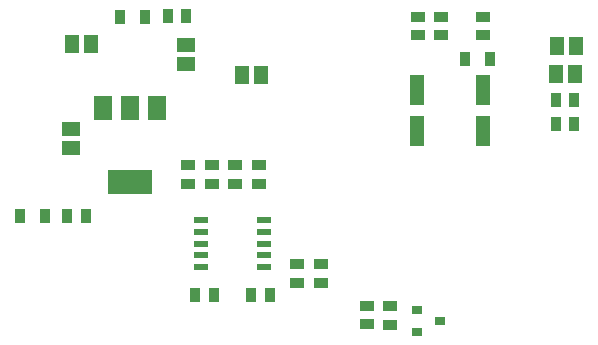
<source format=gbp>
G04*
G04 #@! TF.GenerationSoftware,Altium Limited,Altium Designer,20.0.11 (256)*
G04*
G04 Layer_Color=128*
%FSLAX44Y44*%
%MOMM*%
G71*
G01*
G75*
%ADD17R,1.2500X0.9500*%
%ADD24R,1.5000X1.3000*%
%ADD74R,0.9000X0.8000*%
%ADD75R,1.3000X2.5000*%
%ADD76R,0.9500X1.2500*%
%ADD77R,0.9500X1.2500*%
%ADD78R,1.3000X1.5000*%
%ADD79R,1.5000X2.0000*%
%ADD80R,3.8000X2.0000*%
%ADD81R,1.1800X0.5800*%
D17*
X324707Y160500D02*
D03*
Y176000D02*
D03*
X304665Y160645D02*
D03*
Y176145D02*
D03*
X367915Y405500D02*
D03*
Y421000D02*
D03*
X347872D02*
D03*
Y405500D02*
D03*
X403000D02*
D03*
Y421000D02*
D03*
X245530Y211500D02*
D03*
Y196000D02*
D03*
X265572Y211500D02*
D03*
Y196000D02*
D03*
X193530Y279813D02*
D03*
Y295312D02*
D03*
X213572Y279813D02*
D03*
Y295312D02*
D03*
X173487D02*
D03*
Y279813D02*
D03*
X153445Y295312D02*
D03*
Y279813D02*
D03*
D24*
X152000Y381000D02*
D03*
Y397000D02*
D03*
X54000Y326000D02*
D03*
Y310000D02*
D03*
D74*
X367000Y163645D02*
D03*
X347000Y173145D02*
D03*
Y154145D02*
D03*
D75*
X403496Y324500D02*
D03*
Y359500D02*
D03*
X347496Y324500D02*
D03*
Y359500D02*
D03*
D76*
X96000Y421000D02*
D03*
X117000D02*
D03*
X32000Y252000D02*
D03*
X11000D02*
D03*
X388000Y385293D02*
D03*
X409000D02*
D03*
D77*
X136518Y422000D02*
D03*
X152018D02*
D03*
X66792Y252000D02*
D03*
X51293D02*
D03*
X465000Y351000D02*
D03*
X480500D02*
D03*
Y330000D02*
D03*
X465000D02*
D03*
X175030Y185437D02*
D03*
X159530D02*
D03*
X222530D02*
D03*
X207030D02*
D03*
D78*
X481355Y373000D02*
D03*
X465355D02*
D03*
X481792Y396000D02*
D03*
X465792D02*
D03*
X199000Y372000D02*
D03*
X215000D02*
D03*
X71000Y398000D02*
D03*
X55000D02*
D03*
D79*
X127000Y344000D02*
D03*
X81000D02*
D03*
X104000D02*
D03*
D80*
Y281000D02*
D03*
D81*
X217730Y249000D02*
D03*
X164530D02*
D03*
Y229000D02*
D03*
Y209000D02*
D03*
Y219000D02*
D03*
Y239000D02*
D03*
X217730Y209000D02*
D03*
Y229000D02*
D03*
Y219000D02*
D03*
Y239000D02*
D03*
M02*

</source>
